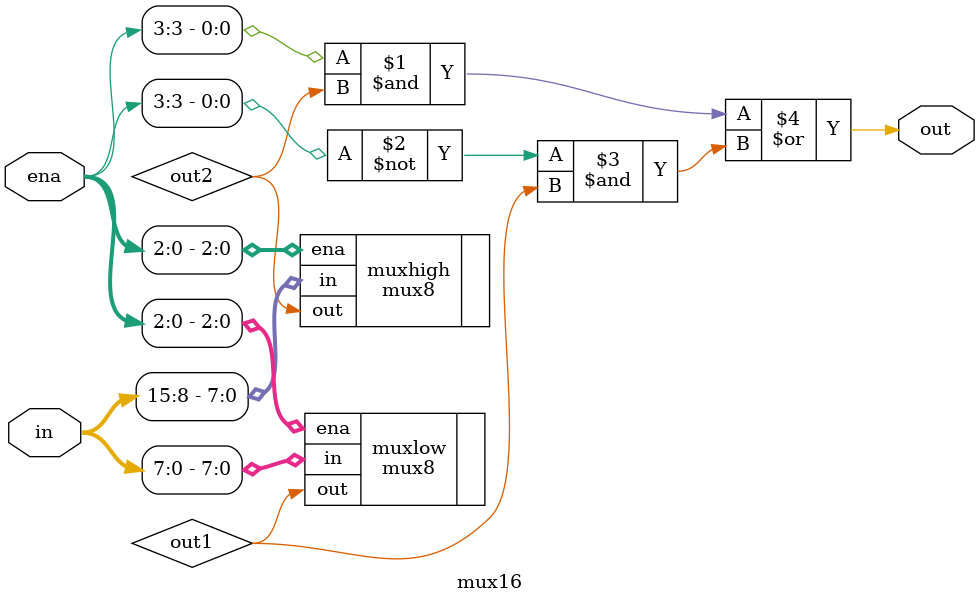
<source format=sv>
module mux16(ena, in, out);

    input wire [3:0]ena;
    input wire [15:0]in;

    wire out1;
    wire out2;

    output wire out;

    // Select from a set of 8 inputs based on a three-bit input

    mux8 muxlow(.ena(ena[2:0]), .in(in[7:0]), .out(out1));
    mux8 muxhigh(.ena(ena[2:0]), .in(in[15:8]), .out(out2));

    assign out = ((ena[3] & out2) | (~ena[3] & out1));

endmodule
</source>
